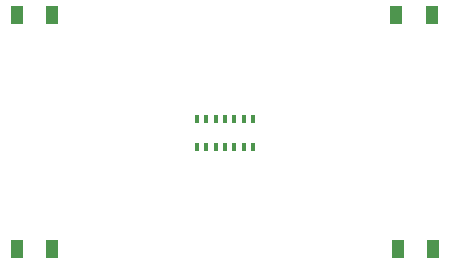
<source format=gbr>
G04 #@! TF.GenerationSoftware,KiCad,Pcbnew,(5.0.1-3-g963ef8bb5)*
G04 #@! TF.CreationDate,2019-06-21T09:31:58-10:00*
G04 #@! TF.ProjectId,OpenHAK_03,4F70656E48414B5F30332E6B69636164,rev?*
G04 #@! TF.SameCoordinates,Original*
G04 #@! TF.FileFunction,Paste,Bot*
G04 #@! TF.FilePolarity,Positive*
%FSLAX46Y46*%
G04 Gerber Fmt 4.6, Leading zero omitted, Abs format (unit mm)*
G04 Created by KiCad (PCBNEW (5.0.1-3-g963ef8bb5)) date Friday, June 21, 2019 at 09:31:58 AM*
%MOMM*%
%LPD*%
G01*
G04 APERTURE LIST*
%ADD10R,0.350000X0.800000*%
%ADD11R,1.000000X1.600000*%
G04 APERTURE END LIST*
D10*
G04 #@! TO.C,U2*
X142803880Y-97036860D03*
X142003880Y-97036860D03*
X141203880Y-97036860D03*
X140403880Y-97036860D03*
X139603880Y-97036860D03*
X138803880Y-97036860D03*
X138003880Y-97036860D03*
X138003880Y-99486860D03*
X138803880Y-99486860D03*
X139603880Y-99486860D03*
X140403880Y-99486860D03*
X141203880Y-99486860D03*
X142003880Y-99486860D03*
X142803880Y-99486860D03*
G04 #@! TD*
D11*
G04 #@! TO.C,S4*
X154892880Y-88287860D03*
X157892880Y-88287860D03*
G04 #@! TD*
G04 #@! TO.C,S4*
X155019880Y-108099860D03*
X158019880Y-108099860D03*
G04 #@! TD*
G04 #@! TO.C,S4*
X122761880Y-108099860D03*
X125761880Y-108099860D03*
G04 #@! TD*
G04 #@! TO.C,S1*
X122761880Y-88287860D03*
X125761880Y-88287860D03*
G04 #@! TD*
M02*

</source>
